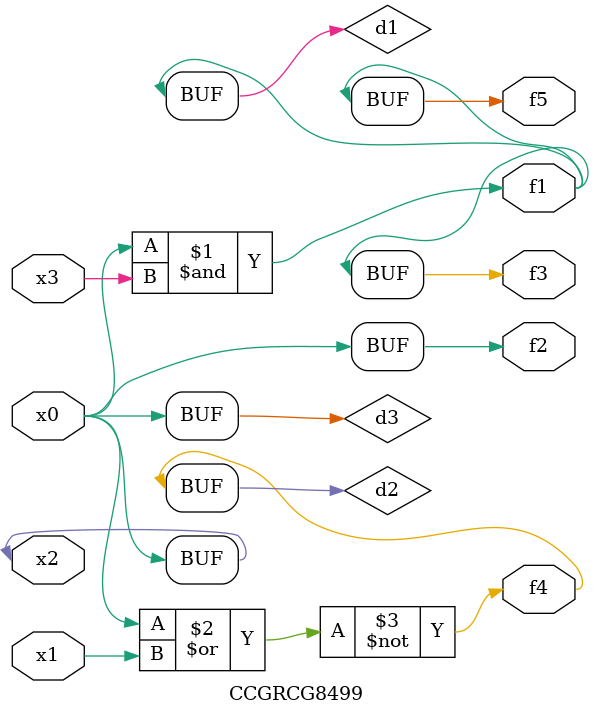
<source format=v>
module CCGRCG8499(
	input x0, x1, x2, x3,
	output f1, f2, f3, f4, f5
);

	wire d1, d2, d3;

	and (d1, x2, x3);
	nor (d2, x0, x1);
	buf (d3, x0, x2);
	assign f1 = d1;
	assign f2 = d3;
	assign f3 = d1;
	assign f4 = d2;
	assign f5 = d1;
endmodule

</source>
